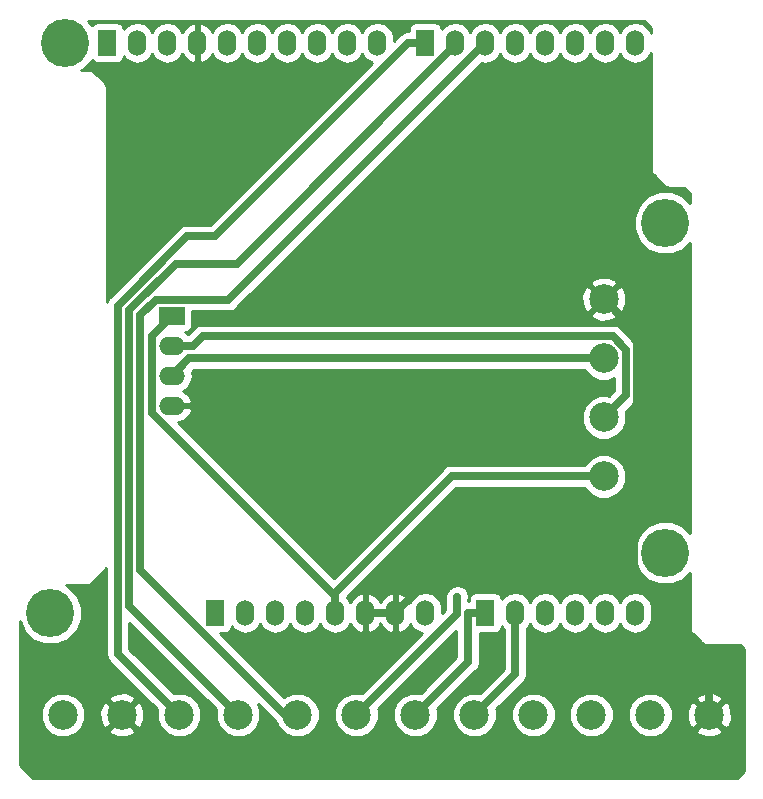
<source format=gbr>
G04 #@! TF.GenerationSoftware,KiCad,Pcbnew,(5.0.1)-3*
G04 #@! TF.CreationDate,2019-04-12T12:39:31-05:00*
G04 #@! TF.ProjectId,Arduino_As_Uno,41726475696E6F5F41735F556E6F2E6B,rev?*
G04 #@! TF.SameCoordinates,Original*
G04 #@! TF.FileFunction,Copper,L2,Bot,Signal*
G04 #@! TF.FilePolarity,Positive*
%FSLAX46Y46*%
G04 Gerber Fmt 4.6, Leading zero omitted, Abs format (unit mm)*
G04 Created by KiCad (PCBNEW (5.0.1)-3) date 12/04/2019 12:39:31*
%MOMM*%
%LPD*%
G01*
G04 APERTURE LIST*
G04 #@! TA.AperFunction,ComponentPad*
%ADD10C,4.064000*%
G04 #@! TD*
G04 #@! TA.AperFunction,ComponentPad*
%ADD11C,2.500000*%
G04 #@! TD*
G04 #@! TA.AperFunction,ComponentPad*
%ADD12R,1.524000X2.199640*%
G04 #@! TD*
G04 #@! TA.AperFunction,ComponentPad*
%ADD13O,1.524000X2.199640*%
G04 #@! TD*
G04 #@! TA.AperFunction,ComponentPad*
%ADD14R,2.199640X1.524000*%
G04 #@! TD*
G04 #@! TA.AperFunction,ComponentPad*
%ADD15O,2.199640X1.524000*%
G04 #@! TD*
G04 #@! TA.AperFunction,ViaPad*
%ADD16C,0.600000*%
G04 #@! TD*
G04 #@! TA.AperFunction,Conductor*
%ADD17C,0.700000*%
G04 #@! TD*
G04 #@! TA.AperFunction,Conductor*
%ADD18C,0.254000*%
G04 #@! TD*
G04 APERTURE END LIST*
D10*
G04 #@! TO.P,P8,1*
G04 #@! TO.N,N/C*
X177038000Y-90805000D03*
G04 #@! TD*
G04 #@! TO.P,P6,1*
G04 #@! TO.N,N/C*
X177038000Y-118745000D03*
G04 #@! TD*
D11*
G04 #@! TO.P,P10,7*
G04 #@! TO.N,/AREF*
X165876000Y-132461000D03*
G04 #@! TO.P,P10,6*
G04 #@! TO.N,/A1*
X160876000Y-132461000D03*
G04 #@! TO.P,P10,5*
G04 #@! TO.N,/A0*
X155876000Y-132461000D03*
G04 #@! TO.P,P10,4*
G04 #@! TO.N,/4*
X150876000Y-132461000D03*
G04 #@! TO.P,P10,3*
G04 #@! TO.N,/5(\002A\002A)*
X145876000Y-132461000D03*
G04 #@! TO.P,P10,1*
G04 #@! TO.N,/7*
X135876000Y-132461000D03*
G04 #@! TO.P,P10,2*
G04 #@! TO.N,/6(\002A\002A)*
X140876000Y-132461000D03*
G04 #@! TD*
D10*
G04 #@! TO.P,P5,1*
G04 #@! TO.N,N/C*
X124968000Y-123825000D03*
G04 #@! TD*
G04 #@! TO.P,P7,1*
G04 #@! TO.N,N/C*
X126238000Y-75565000D03*
G04 #@! TD*
D11*
G04 #@! TO.P,P9,4*
G04 #@! TO.N,GND*
X171831000Y-97275000D03*
G04 #@! TO.P,P9,3*
G04 #@! TO.N,/(SCL)*
X171831000Y-102275000D03*
G04 #@! TO.P,P9,1*
G04 #@! TO.N,+5V*
X171831000Y-112275000D03*
G04 #@! TO.P,P9,2*
G04 #@! TO.N,/(SDA)*
X171831000Y-107275000D03*
G04 #@! TD*
G04 #@! TO.P,P11,1*
G04 #@! TO.N,+5V*
X126024000Y-132461000D03*
G04 #@! TO.P,P11,2*
G04 #@! TO.N,GND*
X131024000Y-132461000D03*
G04 #@! TD*
D12*
G04 #@! TO.P,P3,1*
G04 #@! TO.N,/(SCL)*
X129794000Y-75565000D03*
D13*
G04 #@! TO.P,P3,2*
G04 #@! TO.N,/(SDA)*
X132334000Y-75565000D03*
G04 #@! TO.P,P3,3*
G04 #@! TO.N,/AREF*
X134874000Y-75565000D03*
G04 #@! TO.P,P3,4*
G04 #@! TO.N,GND*
X137414000Y-75565000D03*
G04 #@! TO.P,P3,5*
G04 #@! TO.N,N/C*
X139954000Y-75565000D03*
G04 #@! TO.P,P3,6*
X142494000Y-75565000D03*
G04 #@! TO.P,P3,7*
X145034000Y-75565000D03*
G04 #@! TO.P,P3,8*
X147574000Y-75565000D03*
G04 #@! TO.P,P3,9*
X150114000Y-75565000D03*
G04 #@! TO.P,P3,10*
X152654000Y-75565000D03*
G04 #@! TD*
D12*
G04 #@! TO.P,P1,1*
G04 #@! TO.N,N/C*
X138938000Y-123825000D03*
D13*
G04 #@! TO.P,P1,2*
X141478000Y-123825000D03*
G04 #@! TO.P,P1,3*
X144018000Y-123825000D03*
G04 #@! TO.P,P1,4*
X146558000Y-123825000D03*
G04 #@! TO.P,P1,5*
G04 #@! TO.N,+5V*
X149098000Y-123825000D03*
G04 #@! TO.P,P1,6*
G04 #@! TO.N,GND*
X151638000Y-123825000D03*
G04 #@! TO.P,P1,7*
X154178000Y-123825000D03*
G04 #@! TO.P,P1,8*
G04 #@! TO.N,N/C*
X156718000Y-123825000D03*
G04 #@! TD*
D12*
G04 #@! TO.P,P2,1*
G04 #@! TO.N,/A0*
X161798000Y-123825000D03*
D13*
G04 #@! TO.P,P2,2*
G04 #@! TO.N,/A1*
X164338000Y-123825000D03*
G04 #@! TO.P,P2,3*
G04 #@! TO.N,N/C*
X166878000Y-123825000D03*
G04 #@! TO.P,P2,4*
X169418000Y-123825000D03*
G04 #@! TO.P,P2,5*
X171958000Y-123825000D03*
G04 #@! TO.P,P2,6*
X174498000Y-123825000D03*
G04 #@! TD*
D12*
G04 #@! TO.P,P4,1*
G04 #@! TO.N,/7*
X156718000Y-75565000D03*
D13*
G04 #@! TO.P,P4,2*
G04 #@! TO.N,/6(\002A\002A)*
X159258000Y-75565000D03*
G04 #@! TO.P,P4,3*
G04 #@! TO.N,/5(\002A\002A)*
X161798000Y-75565000D03*
G04 #@! TO.P,P4,4*
G04 #@! TO.N,/4*
X164338000Y-75565000D03*
G04 #@! TO.P,P4,5*
G04 #@! TO.N,N/C*
X166878000Y-75565000D03*
G04 #@! TO.P,P4,6*
X169418000Y-75565000D03*
G04 #@! TO.P,P4,7*
G04 #@! TO.N,/1(Tx)*
X171958000Y-75565000D03*
G04 #@! TO.P,P4,8*
G04 #@! TO.N,/0(Rx)*
X174498000Y-75565000D03*
G04 #@! TD*
D11*
G04 #@! TO.P,J1,3*
G04 #@! TO.N,GND*
X180768000Y-132461000D03*
G04 #@! TO.P,J1,1*
G04 #@! TO.N,/1(Tx)*
X170768000Y-132461000D03*
G04 #@! TO.P,J1,2*
G04 #@! TO.N,/0(Rx)*
X175768000Y-132461000D03*
G04 #@! TD*
D14*
G04 #@! TO.P,P12,1*
G04 #@! TO.N,+5V*
X135255000Y-98679000D03*
D15*
G04 #@! TO.P,P12,2*
G04 #@! TO.N,/(SDA)*
X135255000Y-101219000D03*
G04 #@! TO.P,P12,3*
G04 #@! TO.N,/(SCL)*
X135255000Y-103759000D03*
G04 #@! TO.P,P12,4*
G04 #@! TO.N,GND*
X135255000Y-106299000D03*
G04 #@! TD*
D16*
G04 #@! TO.N,/4*
X159437100Y-122458400D03*
G04 #@! TD*
D17*
G04 #@! TO.N,+5V*
X149098000Y-123825000D02*
X149098000Y-122312500D01*
X148805300Y-122124700D02*
X149098000Y-122124700D01*
X133554700Y-106874100D02*
X148805300Y-122124700D01*
X133554700Y-100379300D02*
X133554700Y-106874100D01*
X135255000Y-98679000D02*
X133554700Y-100379300D01*
X149098000Y-122312500D02*
X149098000Y-122124700D01*
X158947700Y-112275000D02*
X171831000Y-112275000D01*
X149098000Y-122124700D02*
X158947700Y-112275000D01*
G04 #@! TO.N,GND*
X151638000Y-123825000D02*
X153100000Y-123825000D01*
X154178000Y-123825000D02*
X153100000Y-123825000D01*
X156911100Y-121091900D02*
X154178000Y-123825000D01*
X174376300Y-121091900D02*
X156911100Y-121091900D01*
X180768000Y-127483600D02*
X174376300Y-121091900D01*
X180768000Y-132461000D02*
X180768000Y-127483600D01*
X174659600Y-100103600D02*
X171831000Y-97275000D01*
X174659600Y-109026200D02*
X174659600Y-100103600D01*
X174376300Y-109309500D02*
X174659600Y-109026200D01*
X174376300Y-121091900D02*
X174376300Y-109309500D01*
G04 #@! TO.N,/(SCL)*
X136739000Y-102275000D02*
X171831000Y-102275000D01*
X135255000Y-103759000D02*
X136739000Y-102275000D01*
G04 #@! TO.N,/(SDA)*
X173709200Y-105396800D02*
X171831000Y-107275000D01*
X173709200Y-101532100D02*
X173709200Y-105396800D01*
X172593100Y-100416000D02*
X173709200Y-101532100D01*
X137857900Y-100416000D02*
X172593100Y-100416000D01*
X137054900Y-101219000D02*
X137857900Y-100416000D01*
X135255000Y-101219000D02*
X137054900Y-101219000D01*
G04 #@! TO.N,/7*
X130686300Y-127271300D02*
X135876000Y-132461000D01*
X130686300Y-97810400D02*
X130686300Y-127271300D01*
X136559600Y-91937100D02*
X130686300Y-97810400D01*
X138883900Y-91937100D02*
X136559600Y-91937100D01*
X155256000Y-75565000D02*
X138883900Y-91937100D01*
X156718000Y-75565000D02*
X155256000Y-75565000D01*
G04 #@! TO.N,/6(\002A\002A)*
X131653800Y-123238800D02*
X140876000Y-132461000D01*
X131653800Y-98216900D02*
X131653800Y-123238800D01*
X135580000Y-94290700D02*
X131653800Y-98216900D01*
X140756600Y-94290700D02*
X135580000Y-94290700D01*
X159258000Y-75789300D02*
X140756600Y-94290700D01*
X159258000Y-75565000D02*
X159258000Y-75789300D01*
G04 #@! TO.N,/5(\002A\002A)*
X140046400Y-97316600D02*
X161798000Y-75565000D01*
X133898200Y-97316600D02*
X140046400Y-97316600D01*
X132604200Y-98610600D02*
X133898200Y-97316600D01*
X132604200Y-120206000D02*
X132604200Y-98610600D01*
X144859200Y-132461000D02*
X132604200Y-120206000D01*
X145876000Y-132461000D02*
X144859200Y-132461000D01*
G04 #@! TO.N,/4*
X159385600Y-123951400D02*
X150876000Y-132461000D01*
X159385600Y-122509900D02*
X159385600Y-123951400D01*
X159437100Y-122458400D02*
X159385600Y-122509900D01*
G04 #@! TO.N,/A0*
X160336000Y-128001000D02*
X155876000Y-132461000D01*
X160336000Y-123825000D02*
X160336000Y-128001000D01*
X161798000Y-123825000D02*
X160336000Y-123825000D01*
G04 #@! TO.N,/A1*
X164338000Y-128999000D02*
X160876000Y-132461000D01*
X164338000Y-123825000D02*
X164338000Y-128999000D01*
G04 #@! TD*
D18*
G04 #@! TO.N,GND*
G36*
X175820001Y-86163071D02*
X175806091Y-86233000D01*
X175838930Y-86398091D01*
X175861196Y-86510028D01*
X176018120Y-86744881D01*
X176077401Y-86784492D01*
X176867510Y-87574601D01*
X176907119Y-87633881D01*
X176966398Y-87673490D01*
X176966399Y-87673491D01*
X177141971Y-87790805D01*
X177419000Y-87845909D01*
X177488926Y-87832000D01*
X178648909Y-87832000D01*
X179122000Y-88305091D01*
X179122000Y-89117292D01*
X178548734Y-88544026D01*
X177568499Y-88138000D01*
X176507501Y-88138000D01*
X175527266Y-88544026D01*
X174777026Y-89294266D01*
X174371000Y-90274501D01*
X174371000Y-91335499D01*
X174777026Y-92315734D01*
X175527266Y-93065974D01*
X176507501Y-93472000D01*
X177568499Y-93472000D01*
X178548734Y-93065974D01*
X179122000Y-92492708D01*
X179122001Y-117057293D01*
X178548734Y-116484026D01*
X177568499Y-116078000D01*
X176507501Y-116078000D01*
X175527266Y-116484026D01*
X174777026Y-117234266D01*
X174371000Y-118214501D01*
X174371000Y-119275499D01*
X174777026Y-120255734D01*
X175527266Y-121005974D01*
X176507501Y-121412000D01*
X177568499Y-121412000D01*
X178548734Y-121005974D01*
X179122001Y-120432707D01*
X179122001Y-125025071D01*
X179108091Y-125095000D01*
X179149965Y-125305510D01*
X179163196Y-125372028D01*
X179320120Y-125606881D01*
X179379401Y-125646492D01*
X180042509Y-126309601D01*
X180082119Y-126368881D01*
X180141398Y-126408490D01*
X180141399Y-126408491D01*
X180316972Y-126525805D01*
X180594000Y-126580909D01*
X180663926Y-126567000D01*
X183347909Y-126567000D01*
X183694000Y-126913091D01*
X183694001Y-137246908D01*
X183093910Y-137847000D01*
X123484091Y-137847000D01*
X122376000Y-136738910D01*
X122376000Y-132086050D01*
X124139000Y-132086050D01*
X124139000Y-132835950D01*
X124425974Y-133528767D01*
X124956233Y-134059026D01*
X125649050Y-134346000D01*
X126398950Y-134346000D01*
X127091767Y-134059026D01*
X127356473Y-133794320D01*
X129870285Y-133794320D01*
X129999533Y-134087123D01*
X130699806Y-134355388D01*
X131449435Y-134335250D01*
X132048467Y-134087123D01*
X132177715Y-133794320D01*
X131024000Y-132640605D01*
X129870285Y-133794320D01*
X127356473Y-133794320D01*
X127622026Y-133528767D01*
X127909000Y-132835950D01*
X127909000Y-132136806D01*
X129129612Y-132136806D01*
X129149750Y-132886435D01*
X129397877Y-133485467D01*
X129690680Y-133614715D01*
X130844395Y-132461000D01*
X131203605Y-132461000D01*
X132357320Y-133614715D01*
X132650123Y-133485467D01*
X132918388Y-132785194D01*
X132898250Y-132035565D01*
X132650123Y-131436533D01*
X132357320Y-131307285D01*
X131203605Y-132461000D01*
X130844395Y-132461000D01*
X129690680Y-131307285D01*
X129397877Y-131436533D01*
X129129612Y-132136806D01*
X127909000Y-132136806D01*
X127909000Y-132086050D01*
X127622026Y-131393233D01*
X127356473Y-131127680D01*
X129870285Y-131127680D01*
X131024000Y-132281395D01*
X132177715Y-131127680D01*
X132048467Y-130834877D01*
X131348194Y-130566612D01*
X130598565Y-130586750D01*
X129999533Y-130834877D01*
X129870285Y-131127680D01*
X127356473Y-131127680D01*
X127091767Y-130862974D01*
X126398950Y-130576000D01*
X125649050Y-130576000D01*
X124956233Y-130862974D01*
X124425974Y-131393233D01*
X124139000Y-132086050D01*
X122376000Y-132086050D01*
X122376000Y-124536565D01*
X122707026Y-125335734D01*
X123457266Y-126085974D01*
X124437501Y-126492000D01*
X125498499Y-126492000D01*
X126478734Y-126085974D01*
X127228974Y-125335734D01*
X127635000Y-124355499D01*
X127635000Y-123294501D01*
X127228974Y-122314266D01*
X126478734Y-121564026D01*
X126292776Y-121487000D01*
X127946076Y-121487000D01*
X128016000Y-121500909D01*
X128085924Y-121487000D01*
X128085926Y-121487000D01*
X128293028Y-121445805D01*
X128527881Y-121288881D01*
X128567494Y-121229596D01*
X129484599Y-120312492D01*
X129543881Y-120272881D01*
X129700805Y-120038028D01*
X129701301Y-120035536D01*
X129701301Y-127174287D01*
X129682004Y-127271300D01*
X129758451Y-127655627D01*
X129921202Y-127899202D01*
X129921205Y-127899205D01*
X129976156Y-127981445D01*
X130058396Y-128036396D01*
X134025283Y-132003283D01*
X133991000Y-132086050D01*
X133991000Y-132835950D01*
X134277974Y-133528767D01*
X134808233Y-134059026D01*
X135501050Y-134346000D01*
X136250950Y-134346000D01*
X136943767Y-134059026D01*
X137474026Y-133528767D01*
X137761000Y-132835950D01*
X137761000Y-132086050D01*
X137474026Y-131393233D01*
X136943767Y-130862974D01*
X136250950Y-130576000D01*
X135501050Y-130576000D01*
X135418283Y-130610283D01*
X131671300Y-126863300D01*
X131671300Y-124649300D01*
X139025283Y-132003283D01*
X138991000Y-132086050D01*
X138991000Y-132835950D01*
X139277974Y-133528767D01*
X139808233Y-134059026D01*
X140501050Y-134346000D01*
X141250950Y-134346000D01*
X141943767Y-134059026D01*
X142474026Y-133528767D01*
X142761000Y-132835950D01*
X142761000Y-132086050D01*
X142527478Y-131522278D01*
X144094102Y-133088902D01*
X144098507Y-133095494D01*
X144277974Y-133528767D01*
X144808233Y-134059026D01*
X145501050Y-134346000D01*
X146250950Y-134346000D01*
X146943767Y-134059026D01*
X147474026Y-133528767D01*
X147761000Y-132835950D01*
X147761000Y-132086050D01*
X148991000Y-132086050D01*
X148991000Y-132835950D01*
X149277974Y-133528767D01*
X149808233Y-134059026D01*
X150501050Y-134346000D01*
X151250950Y-134346000D01*
X151943767Y-134059026D01*
X152474026Y-133528767D01*
X152761000Y-132835950D01*
X152761000Y-132086050D01*
X152726717Y-132003283D01*
X159351000Y-125379001D01*
X159351001Y-127592999D01*
X156333717Y-130610283D01*
X156250950Y-130576000D01*
X155501050Y-130576000D01*
X154808233Y-130862974D01*
X154277974Y-131393233D01*
X153991000Y-132086050D01*
X153991000Y-132835950D01*
X154277974Y-133528767D01*
X154808233Y-134059026D01*
X155501050Y-134346000D01*
X156250950Y-134346000D01*
X156943767Y-134059026D01*
X157474026Y-133528767D01*
X157761000Y-132835950D01*
X157761000Y-132086050D01*
X157726717Y-132003283D01*
X160963902Y-128766098D01*
X161046145Y-128711145D01*
X161263849Y-128385328D01*
X161321000Y-128098012D01*
X161321000Y-128098008D01*
X161340296Y-128001001D01*
X161321000Y-127903994D01*
X161321000Y-125572260D01*
X162560000Y-125572260D01*
X162807765Y-125522977D01*
X163017809Y-125382629D01*
X163158157Y-125172585D01*
X163198162Y-124971463D01*
X163330821Y-125170000D01*
X163353000Y-125184820D01*
X163353001Y-128590999D01*
X161333717Y-130610283D01*
X161250950Y-130576000D01*
X160501050Y-130576000D01*
X159808233Y-130862974D01*
X159277974Y-131393233D01*
X158991000Y-132086050D01*
X158991000Y-132835950D01*
X159277974Y-133528767D01*
X159808233Y-134059026D01*
X160501050Y-134346000D01*
X161250950Y-134346000D01*
X161943767Y-134059026D01*
X162474026Y-133528767D01*
X162761000Y-132835950D01*
X162761000Y-132086050D01*
X163991000Y-132086050D01*
X163991000Y-132835950D01*
X164277974Y-133528767D01*
X164808233Y-134059026D01*
X165501050Y-134346000D01*
X166250950Y-134346000D01*
X166943767Y-134059026D01*
X167474026Y-133528767D01*
X167761000Y-132835950D01*
X167761000Y-132086050D01*
X168883000Y-132086050D01*
X168883000Y-132835950D01*
X169169974Y-133528767D01*
X169700233Y-134059026D01*
X170393050Y-134346000D01*
X171142950Y-134346000D01*
X171835767Y-134059026D01*
X172366026Y-133528767D01*
X172653000Y-132835950D01*
X172653000Y-132086050D01*
X173883000Y-132086050D01*
X173883000Y-132835950D01*
X174169974Y-133528767D01*
X174700233Y-134059026D01*
X175393050Y-134346000D01*
X176142950Y-134346000D01*
X176835767Y-134059026D01*
X177100473Y-133794320D01*
X179614285Y-133794320D01*
X179743533Y-134087123D01*
X180443806Y-134355388D01*
X181193435Y-134335250D01*
X181792467Y-134087123D01*
X181921715Y-133794320D01*
X180768000Y-132640605D01*
X179614285Y-133794320D01*
X177100473Y-133794320D01*
X177366026Y-133528767D01*
X177653000Y-132835950D01*
X177653000Y-132136806D01*
X178873612Y-132136806D01*
X178893750Y-132886435D01*
X179141877Y-133485467D01*
X179434680Y-133614715D01*
X180588395Y-132461000D01*
X180947605Y-132461000D01*
X182101320Y-133614715D01*
X182394123Y-133485467D01*
X182662388Y-132785194D01*
X182642250Y-132035565D01*
X182394123Y-131436533D01*
X182101320Y-131307285D01*
X180947605Y-132461000D01*
X180588395Y-132461000D01*
X179434680Y-131307285D01*
X179141877Y-131436533D01*
X178873612Y-132136806D01*
X177653000Y-132136806D01*
X177653000Y-132086050D01*
X177366026Y-131393233D01*
X177100473Y-131127680D01*
X179614285Y-131127680D01*
X180768000Y-132281395D01*
X181921715Y-131127680D01*
X181792467Y-130834877D01*
X181092194Y-130566612D01*
X180342565Y-130586750D01*
X179743533Y-130834877D01*
X179614285Y-131127680D01*
X177100473Y-131127680D01*
X176835767Y-130862974D01*
X176142950Y-130576000D01*
X175393050Y-130576000D01*
X174700233Y-130862974D01*
X174169974Y-131393233D01*
X173883000Y-132086050D01*
X172653000Y-132086050D01*
X172366026Y-131393233D01*
X171835767Y-130862974D01*
X171142950Y-130576000D01*
X170393050Y-130576000D01*
X169700233Y-130862974D01*
X169169974Y-131393233D01*
X168883000Y-132086050D01*
X167761000Y-132086050D01*
X167474026Y-131393233D01*
X166943767Y-130862974D01*
X166250950Y-130576000D01*
X165501050Y-130576000D01*
X164808233Y-130862974D01*
X164277974Y-131393233D01*
X163991000Y-132086050D01*
X162761000Y-132086050D01*
X162726717Y-132003283D01*
X164965902Y-129764098D01*
X165048145Y-129709145D01*
X165265849Y-129383328D01*
X165323000Y-129096012D01*
X165323000Y-129096009D01*
X165342296Y-128999001D01*
X165323000Y-128901993D01*
X165323000Y-125184820D01*
X165345180Y-125170000D01*
X165608000Y-124776662D01*
X165870821Y-125170000D01*
X166332919Y-125478764D01*
X166878000Y-125587188D01*
X167423082Y-125478764D01*
X167885180Y-125170000D01*
X168148000Y-124776662D01*
X168410821Y-125170000D01*
X168872919Y-125478764D01*
X169418000Y-125587188D01*
X169963082Y-125478764D01*
X170425180Y-125170000D01*
X170688000Y-124776662D01*
X170950821Y-125170000D01*
X171412919Y-125478764D01*
X171958000Y-125587188D01*
X172503082Y-125478764D01*
X172965180Y-125170000D01*
X173228000Y-124776662D01*
X173490821Y-125170000D01*
X173952919Y-125478764D01*
X174498000Y-125587188D01*
X175043082Y-125478764D01*
X175505180Y-125170000D01*
X175813944Y-124707902D01*
X175895000Y-124300407D01*
X175895000Y-123349592D01*
X175813944Y-122942098D01*
X175505179Y-122480000D01*
X175043081Y-122171236D01*
X174498000Y-122062812D01*
X173952918Y-122171236D01*
X173490820Y-122480001D01*
X173228000Y-122873339D01*
X172965179Y-122480000D01*
X172503081Y-122171236D01*
X171958000Y-122062812D01*
X171412918Y-122171236D01*
X170950820Y-122480001D01*
X170688000Y-122873339D01*
X170425179Y-122480000D01*
X169963081Y-122171236D01*
X169418000Y-122062812D01*
X168872918Y-122171236D01*
X168410820Y-122480001D01*
X168148000Y-122873339D01*
X167885179Y-122480000D01*
X167423081Y-122171236D01*
X166878000Y-122062812D01*
X166332918Y-122171236D01*
X165870820Y-122480001D01*
X165608000Y-122873339D01*
X165345179Y-122480000D01*
X164883081Y-122171236D01*
X164338000Y-122062812D01*
X163792918Y-122171236D01*
X163330820Y-122480001D01*
X163198162Y-122678537D01*
X163158157Y-122477415D01*
X163017809Y-122267371D01*
X162807765Y-122127023D01*
X162560000Y-122077740D01*
X161036000Y-122077740D01*
X160788235Y-122127023D01*
X160578191Y-122267371D01*
X160437843Y-122477415D01*
X160388560Y-122725180D01*
X160388560Y-122831158D01*
X160370600Y-122827585D01*
X160370600Y-122814317D01*
X160441396Y-122458400D01*
X160364949Y-122074073D01*
X160147245Y-121748255D01*
X159821427Y-121530551D01*
X159437100Y-121454104D01*
X159052773Y-121530551D01*
X158809198Y-121693302D01*
X158757698Y-121744802D01*
X158675455Y-121799755D01*
X158620502Y-121881998D01*
X158525638Y-122023972D01*
X158457751Y-122125573D01*
X158400600Y-122412889D01*
X158400600Y-122412892D01*
X158381304Y-122509900D01*
X158400600Y-122606909D01*
X158400601Y-123543398D01*
X158115000Y-123828999D01*
X158115000Y-123349592D01*
X158033944Y-122942098D01*
X157725179Y-122480000D01*
X157263081Y-122171236D01*
X156718000Y-122062812D01*
X156172918Y-122171236D01*
X155710820Y-122480001D01*
X155436420Y-122890670D01*
X155420059Y-122835239D01*
X155076026Y-122409550D01*
X154595277Y-122147920D01*
X154521070Y-122132960D01*
X154305000Y-122255460D01*
X154305000Y-123698000D01*
X154325000Y-123698000D01*
X154325000Y-123952000D01*
X154305000Y-123952000D01*
X154305000Y-125394540D01*
X154521070Y-125517040D01*
X154595277Y-125502080D01*
X155076026Y-125240450D01*
X155420059Y-124814761D01*
X155436420Y-124759331D01*
X155710821Y-125170000D01*
X156172919Y-125478764D01*
X156416737Y-125527263D01*
X151333717Y-130610283D01*
X151250950Y-130576000D01*
X150501050Y-130576000D01*
X149808233Y-130862974D01*
X149277974Y-131393233D01*
X148991000Y-132086050D01*
X147761000Y-132086050D01*
X147474026Y-131393233D01*
X146943767Y-130862974D01*
X146250950Y-130576000D01*
X145501050Y-130576000D01*
X144808233Y-130862974D01*
X144731204Y-130940004D01*
X139363460Y-125572260D01*
X139700000Y-125572260D01*
X139947765Y-125522977D01*
X140157809Y-125382629D01*
X140298157Y-125172585D01*
X140338162Y-124971463D01*
X140470821Y-125170000D01*
X140932919Y-125478764D01*
X141478000Y-125587188D01*
X142023082Y-125478764D01*
X142485180Y-125170000D01*
X142748000Y-124776662D01*
X143010821Y-125170000D01*
X143472919Y-125478764D01*
X144018000Y-125587188D01*
X144563082Y-125478764D01*
X145025180Y-125170000D01*
X145288000Y-124776662D01*
X145550821Y-125170000D01*
X146012919Y-125478764D01*
X146558000Y-125587188D01*
X147103082Y-125478764D01*
X147565180Y-125170000D01*
X147828000Y-124776662D01*
X148090821Y-125170000D01*
X148552919Y-125478764D01*
X149098000Y-125587188D01*
X149643082Y-125478764D01*
X150105180Y-125170000D01*
X150379580Y-124759331D01*
X150395941Y-124814761D01*
X150739974Y-125240450D01*
X151220723Y-125502080D01*
X151294930Y-125517040D01*
X151511000Y-125394540D01*
X151511000Y-123952000D01*
X151765000Y-123952000D01*
X151765000Y-125394540D01*
X151981070Y-125517040D01*
X152055277Y-125502080D01*
X152536026Y-125240450D01*
X152880059Y-124814761D01*
X152908000Y-124720097D01*
X152935941Y-124814761D01*
X153279974Y-125240450D01*
X153760723Y-125502080D01*
X153834930Y-125517040D01*
X154051000Y-125394540D01*
X154051000Y-123952000D01*
X151765000Y-123952000D01*
X151511000Y-123952000D01*
X151491000Y-123952000D01*
X151491000Y-123698000D01*
X151511000Y-123698000D01*
X151511000Y-122255460D01*
X151765000Y-122255460D01*
X151765000Y-123698000D01*
X154051000Y-123698000D01*
X154051000Y-122255460D01*
X153834930Y-122132960D01*
X153760723Y-122147920D01*
X153279974Y-122409550D01*
X152935941Y-122835239D01*
X152908000Y-122929903D01*
X152880059Y-122835239D01*
X152536026Y-122409550D01*
X152055277Y-122147920D01*
X151981070Y-122132960D01*
X151765000Y-122255460D01*
X151511000Y-122255460D01*
X151294930Y-122132960D01*
X151220723Y-122147920D01*
X150739974Y-122409550D01*
X150395941Y-122835239D01*
X150379580Y-122890669D01*
X150117404Y-122498296D01*
X159355700Y-113260000D01*
X170198691Y-113260000D01*
X170232974Y-113342767D01*
X170763233Y-113873026D01*
X171456050Y-114160000D01*
X172205950Y-114160000D01*
X172898767Y-113873026D01*
X173429026Y-113342767D01*
X173716000Y-112649950D01*
X173716000Y-111900050D01*
X173429026Y-111207233D01*
X172898767Y-110676974D01*
X172205950Y-110390000D01*
X171456050Y-110390000D01*
X170763233Y-110676974D01*
X170232974Y-111207233D01*
X170198691Y-111290000D01*
X159044707Y-111290000D01*
X158947699Y-111270704D01*
X158850691Y-111290000D01*
X158850688Y-111290000D01*
X158563372Y-111347151D01*
X158237555Y-111564855D01*
X158182602Y-111647098D01*
X148951650Y-120878050D01*
X135758255Y-107684655D01*
X136244761Y-107541059D01*
X136670450Y-107197026D01*
X136932080Y-106716277D01*
X136947040Y-106642070D01*
X136824540Y-106426000D01*
X135382000Y-106426000D01*
X135382000Y-106446000D01*
X135128000Y-106446000D01*
X135128000Y-106426000D01*
X135108000Y-106426000D01*
X135108000Y-106172000D01*
X135128000Y-106172000D01*
X135128000Y-106152000D01*
X135382000Y-106152000D01*
X135382000Y-106172000D01*
X136824540Y-106172000D01*
X136947040Y-105955930D01*
X136932080Y-105881723D01*
X136670450Y-105400974D01*
X136244761Y-105056941D01*
X136189331Y-105040580D01*
X136600000Y-104766180D01*
X136908764Y-104304082D01*
X137017188Y-103759000D01*
X136955936Y-103451065D01*
X137147001Y-103260000D01*
X170198691Y-103260000D01*
X170232974Y-103342767D01*
X170763233Y-103873026D01*
X171456050Y-104160000D01*
X172205950Y-104160000D01*
X172724201Y-103945334D01*
X172724201Y-104988798D01*
X172288716Y-105424283D01*
X172205950Y-105390000D01*
X171456050Y-105390000D01*
X170763233Y-105676974D01*
X170232974Y-106207233D01*
X169946000Y-106900050D01*
X169946000Y-107649950D01*
X170232974Y-108342767D01*
X170763233Y-108873026D01*
X171456050Y-109160000D01*
X172205950Y-109160000D01*
X172898767Y-108873026D01*
X173429026Y-108342767D01*
X173716000Y-107649950D01*
X173716000Y-106900050D01*
X173681717Y-106817284D01*
X174337105Y-106161896D01*
X174419345Y-106106945D01*
X174474296Y-106024705D01*
X174474298Y-106024703D01*
X174637049Y-105781128D01*
X174694200Y-105493812D01*
X174694200Y-105493808D01*
X174713496Y-105396800D01*
X174694200Y-105299792D01*
X174694200Y-101629108D01*
X174713496Y-101532100D01*
X174694200Y-101435092D01*
X174694200Y-101435088D01*
X174637049Y-101147772D01*
X174567646Y-101043903D01*
X174474298Y-100904197D01*
X174474296Y-100904195D01*
X174419345Y-100821955D01*
X174337105Y-100767004D01*
X173358198Y-99788098D01*
X173303245Y-99705855D01*
X172977428Y-99488151D01*
X172690112Y-99431000D01*
X172690108Y-99431000D01*
X172593100Y-99411704D01*
X172496092Y-99431000D01*
X137954906Y-99431000D01*
X137857899Y-99411704D01*
X137760892Y-99431000D01*
X137760888Y-99431000D01*
X137473572Y-99488151D01*
X137147755Y-99705855D01*
X137092802Y-99788098D01*
X136646900Y-100234000D01*
X136614820Y-100234000D01*
X136600000Y-100211820D01*
X136401463Y-100079162D01*
X136602585Y-100039157D01*
X136812629Y-99898809D01*
X136952977Y-99688765D01*
X137002260Y-99441000D01*
X137002260Y-98608320D01*
X170677285Y-98608320D01*
X170806533Y-98901123D01*
X171506806Y-99169388D01*
X172256435Y-99149250D01*
X172855467Y-98901123D01*
X172984715Y-98608320D01*
X171831000Y-97454605D01*
X170677285Y-98608320D01*
X137002260Y-98608320D01*
X137002260Y-98301600D01*
X139949392Y-98301600D01*
X140046400Y-98320896D01*
X140143408Y-98301600D01*
X140143412Y-98301600D01*
X140430728Y-98244449D01*
X140756545Y-98026745D01*
X140811498Y-97944502D01*
X141805194Y-96950806D01*
X169936612Y-96950806D01*
X169956750Y-97700435D01*
X170204877Y-98299467D01*
X170497680Y-98428715D01*
X171651395Y-97275000D01*
X172010605Y-97275000D01*
X173164320Y-98428715D01*
X173457123Y-98299467D01*
X173725388Y-97599194D01*
X173705250Y-96849565D01*
X173457123Y-96250533D01*
X173164320Y-96121285D01*
X172010605Y-97275000D01*
X171651395Y-97275000D01*
X170497680Y-96121285D01*
X170204877Y-96250533D01*
X169936612Y-96950806D01*
X141805194Y-96950806D01*
X142814320Y-95941680D01*
X170677285Y-95941680D01*
X171831000Y-97095395D01*
X172984715Y-95941680D01*
X172855467Y-95648877D01*
X172155194Y-95380612D01*
X171405565Y-95400750D01*
X170806533Y-95648877D01*
X170677285Y-95941680D01*
X142814320Y-95941680D01*
X161490065Y-77265936D01*
X161798000Y-77327188D01*
X162343082Y-77218764D01*
X162805180Y-76910000D01*
X163068000Y-76516662D01*
X163330821Y-76910000D01*
X163792919Y-77218764D01*
X164338000Y-77327188D01*
X164883082Y-77218764D01*
X165345180Y-76910000D01*
X165608000Y-76516662D01*
X165870821Y-76910000D01*
X166332919Y-77218764D01*
X166878000Y-77327188D01*
X167423082Y-77218764D01*
X167885180Y-76910000D01*
X168148000Y-76516662D01*
X168410821Y-76910000D01*
X168872919Y-77218764D01*
X169418000Y-77327188D01*
X169963082Y-77218764D01*
X170425180Y-76910000D01*
X170688000Y-76516662D01*
X170950821Y-76910000D01*
X171412919Y-77218764D01*
X171958000Y-77327188D01*
X172503082Y-77218764D01*
X172965180Y-76910000D01*
X173228000Y-76516662D01*
X173490821Y-76910000D01*
X173952919Y-77218764D01*
X174498000Y-77327188D01*
X175043082Y-77218764D01*
X175505180Y-76910000D01*
X175813944Y-76447902D01*
X175820000Y-76417456D01*
X175820001Y-86163071D01*
X175820001Y-86163071D01*
G37*
X175820001Y-86163071D02*
X175806091Y-86233000D01*
X175838930Y-86398091D01*
X175861196Y-86510028D01*
X176018120Y-86744881D01*
X176077401Y-86784492D01*
X176867510Y-87574601D01*
X176907119Y-87633881D01*
X176966398Y-87673490D01*
X176966399Y-87673491D01*
X177141971Y-87790805D01*
X177419000Y-87845909D01*
X177488926Y-87832000D01*
X178648909Y-87832000D01*
X179122000Y-88305091D01*
X179122000Y-89117292D01*
X178548734Y-88544026D01*
X177568499Y-88138000D01*
X176507501Y-88138000D01*
X175527266Y-88544026D01*
X174777026Y-89294266D01*
X174371000Y-90274501D01*
X174371000Y-91335499D01*
X174777026Y-92315734D01*
X175527266Y-93065974D01*
X176507501Y-93472000D01*
X177568499Y-93472000D01*
X178548734Y-93065974D01*
X179122000Y-92492708D01*
X179122001Y-117057293D01*
X178548734Y-116484026D01*
X177568499Y-116078000D01*
X176507501Y-116078000D01*
X175527266Y-116484026D01*
X174777026Y-117234266D01*
X174371000Y-118214501D01*
X174371000Y-119275499D01*
X174777026Y-120255734D01*
X175527266Y-121005974D01*
X176507501Y-121412000D01*
X177568499Y-121412000D01*
X178548734Y-121005974D01*
X179122001Y-120432707D01*
X179122001Y-125025071D01*
X179108091Y-125095000D01*
X179149965Y-125305510D01*
X179163196Y-125372028D01*
X179320120Y-125606881D01*
X179379401Y-125646492D01*
X180042509Y-126309601D01*
X180082119Y-126368881D01*
X180141398Y-126408490D01*
X180141399Y-126408491D01*
X180316972Y-126525805D01*
X180594000Y-126580909D01*
X180663926Y-126567000D01*
X183347909Y-126567000D01*
X183694000Y-126913091D01*
X183694001Y-137246908D01*
X183093910Y-137847000D01*
X123484091Y-137847000D01*
X122376000Y-136738910D01*
X122376000Y-132086050D01*
X124139000Y-132086050D01*
X124139000Y-132835950D01*
X124425974Y-133528767D01*
X124956233Y-134059026D01*
X125649050Y-134346000D01*
X126398950Y-134346000D01*
X127091767Y-134059026D01*
X127356473Y-133794320D01*
X129870285Y-133794320D01*
X129999533Y-134087123D01*
X130699806Y-134355388D01*
X131449435Y-134335250D01*
X132048467Y-134087123D01*
X132177715Y-133794320D01*
X131024000Y-132640605D01*
X129870285Y-133794320D01*
X127356473Y-133794320D01*
X127622026Y-133528767D01*
X127909000Y-132835950D01*
X127909000Y-132136806D01*
X129129612Y-132136806D01*
X129149750Y-132886435D01*
X129397877Y-133485467D01*
X129690680Y-133614715D01*
X130844395Y-132461000D01*
X131203605Y-132461000D01*
X132357320Y-133614715D01*
X132650123Y-133485467D01*
X132918388Y-132785194D01*
X132898250Y-132035565D01*
X132650123Y-131436533D01*
X132357320Y-131307285D01*
X131203605Y-132461000D01*
X130844395Y-132461000D01*
X129690680Y-131307285D01*
X129397877Y-131436533D01*
X129129612Y-132136806D01*
X127909000Y-132136806D01*
X127909000Y-132086050D01*
X127622026Y-131393233D01*
X127356473Y-131127680D01*
X129870285Y-131127680D01*
X131024000Y-132281395D01*
X132177715Y-131127680D01*
X132048467Y-130834877D01*
X131348194Y-130566612D01*
X130598565Y-130586750D01*
X129999533Y-130834877D01*
X129870285Y-131127680D01*
X127356473Y-131127680D01*
X127091767Y-130862974D01*
X126398950Y-130576000D01*
X125649050Y-130576000D01*
X124956233Y-130862974D01*
X124425974Y-131393233D01*
X124139000Y-132086050D01*
X122376000Y-132086050D01*
X122376000Y-124536565D01*
X122707026Y-125335734D01*
X123457266Y-126085974D01*
X124437501Y-126492000D01*
X125498499Y-126492000D01*
X126478734Y-126085974D01*
X127228974Y-125335734D01*
X127635000Y-124355499D01*
X127635000Y-123294501D01*
X127228974Y-122314266D01*
X126478734Y-121564026D01*
X126292776Y-121487000D01*
X127946076Y-121487000D01*
X128016000Y-121500909D01*
X128085924Y-121487000D01*
X128085926Y-121487000D01*
X128293028Y-121445805D01*
X128527881Y-121288881D01*
X128567494Y-121229596D01*
X129484599Y-120312492D01*
X129543881Y-120272881D01*
X129700805Y-120038028D01*
X129701301Y-120035536D01*
X129701301Y-127174287D01*
X129682004Y-127271300D01*
X129758451Y-127655627D01*
X129921202Y-127899202D01*
X129921205Y-127899205D01*
X129976156Y-127981445D01*
X130058396Y-128036396D01*
X134025283Y-132003283D01*
X133991000Y-132086050D01*
X133991000Y-132835950D01*
X134277974Y-133528767D01*
X134808233Y-134059026D01*
X135501050Y-134346000D01*
X136250950Y-134346000D01*
X136943767Y-134059026D01*
X137474026Y-133528767D01*
X137761000Y-132835950D01*
X137761000Y-132086050D01*
X137474026Y-131393233D01*
X136943767Y-130862974D01*
X136250950Y-130576000D01*
X135501050Y-130576000D01*
X135418283Y-130610283D01*
X131671300Y-126863300D01*
X131671300Y-124649300D01*
X139025283Y-132003283D01*
X138991000Y-132086050D01*
X138991000Y-132835950D01*
X139277974Y-133528767D01*
X139808233Y-134059026D01*
X140501050Y-134346000D01*
X141250950Y-134346000D01*
X141943767Y-134059026D01*
X142474026Y-133528767D01*
X142761000Y-132835950D01*
X142761000Y-132086050D01*
X142527478Y-131522278D01*
X144094102Y-133088902D01*
X144098507Y-133095494D01*
X144277974Y-133528767D01*
X144808233Y-134059026D01*
X145501050Y-134346000D01*
X146250950Y-134346000D01*
X146943767Y-134059026D01*
X147474026Y-133528767D01*
X147761000Y-132835950D01*
X147761000Y-132086050D01*
X148991000Y-132086050D01*
X148991000Y-132835950D01*
X149277974Y-133528767D01*
X149808233Y-134059026D01*
X150501050Y-134346000D01*
X151250950Y-134346000D01*
X151943767Y-134059026D01*
X152474026Y-133528767D01*
X152761000Y-132835950D01*
X152761000Y-132086050D01*
X152726717Y-132003283D01*
X159351000Y-125379001D01*
X159351001Y-127592999D01*
X156333717Y-130610283D01*
X156250950Y-130576000D01*
X155501050Y-130576000D01*
X154808233Y-130862974D01*
X154277974Y-131393233D01*
X153991000Y-132086050D01*
X153991000Y-132835950D01*
X154277974Y-133528767D01*
X154808233Y-134059026D01*
X155501050Y-134346000D01*
X156250950Y-134346000D01*
X156943767Y-134059026D01*
X157474026Y-133528767D01*
X157761000Y-132835950D01*
X157761000Y-132086050D01*
X157726717Y-132003283D01*
X160963902Y-128766098D01*
X161046145Y-128711145D01*
X161263849Y-128385328D01*
X161321000Y-128098012D01*
X161321000Y-128098008D01*
X161340296Y-128001001D01*
X161321000Y-127903994D01*
X161321000Y-125572260D01*
X162560000Y-125572260D01*
X162807765Y-125522977D01*
X163017809Y-125382629D01*
X163158157Y-125172585D01*
X163198162Y-124971463D01*
X163330821Y-125170000D01*
X163353000Y-125184820D01*
X163353001Y-128590999D01*
X161333717Y-130610283D01*
X161250950Y-130576000D01*
X160501050Y-130576000D01*
X159808233Y-130862974D01*
X159277974Y-131393233D01*
X158991000Y-132086050D01*
X158991000Y-132835950D01*
X159277974Y-133528767D01*
X159808233Y-134059026D01*
X160501050Y-134346000D01*
X161250950Y-134346000D01*
X161943767Y-134059026D01*
X162474026Y-133528767D01*
X162761000Y-132835950D01*
X162761000Y-132086050D01*
X163991000Y-132086050D01*
X163991000Y-132835950D01*
X164277974Y-133528767D01*
X164808233Y-134059026D01*
X165501050Y-134346000D01*
X166250950Y-134346000D01*
X166943767Y-134059026D01*
X167474026Y-133528767D01*
X167761000Y-132835950D01*
X167761000Y-132086050D01*
X168883000Y-132086050D01*
X168883000Y-132835950D01*
X169169974Y-133528767D01*
X169700233Y-134059026D01*
X170393050Y-134346000D01*
X171142950Y-134346000D01*
X171835767Y-134059026D01*
X172366026Y-133528767D01*
X172653000Y-132835950D01*
X172653000Y-132086050D01*
X173883000Y-132086050D01*
X173883000Y-132835950D01*
X174169974Y-133528767D01*
X174700233Y-134059026D01*
X175393050Y-134346000D01*
X176142950Y-134346000D01*
X176835767Y-134059026D01*
X177100473Y-133794320D01*
X179614285Y-133794320D01*
X179743533Y-134087123D01*
X180443806Y-134355388D01*
X181193435Y-134335250D01*
X181792467Y-134087123D01*
X181921715Y-133794320D01*
X180768000Y-132640605D01*
X179614285Y-133794320D01*
X177100473Y-133794320D01*
X177366026Y-133528767D01*
X177653000Y-132835950D01*
X177653000Y-132136806D01*
X178873612Y-132136806D01*
X178893750Y-132886435D01*
X179141877Y-133485467D01*
X179434680Y-133614715D01*
X180588395Y-132461000D01*
X180947605Y-132461000D01*
X182101320Y-133614715D01*
X182394123Y-133485467D01*
X182662388Y-132785194D01*
X182642250Y-132035565D01*
X182394123Y-131436533D01*
X182101320Y-131307285D01*
X180947605Y-132461000D01*
X180588395Y-132461000D01*
X179434680Y-131307285D01*
X179141877Y-131436533D01*
X178873612Y-132136806D01*
X177653000Y-132136806D01*
X177653000Y-132086050D01*
X177366026Y-131393233D01*
X177100473Y-131127680D01*
X179614285Y-131127680D01*
X180768000Y-132281395D01*
X181921715Y-131127680D01*
X181792467Y-130834877D01*
X181092194Y-130566612D01*
X180342565Y-130586750D01*
X179743533Y-130834877D01*
X179614285Y-131127680D01*
X177100473Y-131127680D01*
X176835767Y-130862974D01*
X176142950Y-130576000D01*
X175393050Y-130576000D01*
X174700233Y-130862974D01*
X174169974Y-131393233D01*
X173883000Y-132086050D01*
X172653000Y-132086050D01*
X172366026Y-131393233D01*
X171835767Y-130862974D01*
X171142950Y-130576000D01*
X170393050Y-130576000D01*
X169700233Y-130862974D01*
X169169974Y-131393233D01*
X168883000Y-132086050D01*
X167761000Y-132086050D01*
X167474026Y-131393233D01*
X166943767Y-130862974D01*
X166250950Y-130576000D01*
X165501050Y-130576000D01*
X164808233Y-130862974D01*
X164277974Y-131393233D01*
X163991000Y-132086050D01*
X162761000Y-132086050D01*
X162726717Y-132003283D01*
X164965902Y-129764098D01*
X165048145Y-129709145D01*
X165265849Y-129383328D01*
X165323000Y-129096012D01*
X165323000Y-129096009D01*
X165342296Y-128999001D01*
X165323000Y-128901993D01*
X165323000Y-125184820D01*
X165345180Y-125170000D01*
X165608000Y-124776662D01*
X165870821Y-125170000D01*
X166332919Y-125478764D01*
X166878000Y-125587188D01*
X167423082Y-125478764D01*
X167885180Y-125170000D01*
X168148000Y-124776662D01*
X168410821Y-125170000D01*
X168872919Y-125478764D01*
X169418000Y-125587188D01*
X169963082Y-125478764D01*
X170425180Y-125170000D01*
X170688000Y-124776662D01*
X170950821Y-125170000D01*
X171412919Y-125478764D01*
X171958000Y-125587188D01*
X172503082Y-125478764D01*
X172965180Y-125170000D01*
X173228000Y-124776662D01*
X173490821Y-125170000D01*
X173952919Y-125478764D01*
X174498000Y-125587188D01*
X175043082Y-125478764D01*
X175505180Y-125170000D01*
X175813944Y-124707902D01*
X175895000Y-124300407D01*
X175895000Y-123349592D01*
X175813944Y-122942098D01*
X175505179Y-122480000D01*
X175043081Y-122171236D01*
X174498000Y-122062812D01*
X173952918Y-122171236D01*
X173490820Y-122480001D01*
X173228000Y-122873339D01*
X172965179Y-122480000D01*
X172503081Y-122171236D01*
X171958000Y-122062812D01*
X171412918Y-122171236D01*
X170950820Y-122480001D01*
X170688000Y-122873339D01*
X170425179Y-122480000D01*
X169963081Y-122171236D01*
X169418000Y-122062812D01*
X168872918Y-122171236D01*
X168410820Y-122480001D01*
X168148000Y-122873339D01*
X167885179Y-122480000D01*
X167423081Y-122171236D01*
X166878000Y-122062812D01*
X166332918Y-122171236D01*
X165870820Y-122480001D01*
X165608000Y-122873339D01*
X165345179Y-122480000D01*
X164883081Y-122171236D01*
X164338000Y-122062812D01*
X163792918Y-122171236D01*
X163330820Y-122480001D01*
X163198162Y-122678537D01*
X163158157Y-122477415D01*
X163017809Y-122267371D01*
X162807765Y-122127023D01*
X162560000Y-122077740D01*
X161036000Y-122077740D01*
X160788235Y-122127023D01*
X160578191Y-122267371D01*
X160437843Y-122477415D01*
X160388560Y-122725180D01*
X160388560Y-122831158D01*
X160370600Y-122827585D01*
X160370600Y-122814317D01*
X160441396Y-122458400D01*
X160364949Y-122074073D01*
X160147245Y-121748255D01*
X159821427Y-121530551D01*
X159437100Y-121454104D01*
X159052773Y-121530551D01*
X158809198Y-121693302D01*
X158757698Y-121744802D01*
X158675455Y-121799755D01*
X158620502Y-121881998D01*
X158525638Y-122023972D01*
X158457751Y-122125573D01*
X158400600Y-122412889D01*
X158400600Y-122412892D01*
X158381304Y-122509900D01*
X158400600Y-122606909D01*
X158400601Y-123543398D01*
X158115000Y-123828999D01*
X158115000Y-123349592D01*
X158033944Y-122942098D01*
X157725179Y-122480000D01*
X157263081Y-122171236D01*
X156718000Y-122062812D01*
X156172918Y-122171236D01*
X155710820Y-122480001D01*
X155436420Y-122890670D01*
X155420059Y-122835239D01*
X155076026Y-122409550D01*
X154595277Y-122147920D01*
X154521070Y-122132960D01*
X154305000Y-122255460D01*
X154305000Y-123698000D01*
X154325000Y-123698000D01*
X154325000Y-123952000D01*
X154305000Y-123952000D01*
X154305000Y-125394540D01*
X154521070Y-125517040D01*
X154595277Y-125502080D01*
X155076026Y-125240450D01*
X155420059Y-124814761D01*
X155436420Y-124759331D01*
X155710821Y-125170000D01*
X156172919Y-125478764D01*
X156416737Y-125527263D01*
X151333717Y-130610283D01*
X151250950Y-130576000D01*
X150501050Y-130576000D01*
X149808233Y-130862974D01*
X149277974Y-131393233D01*
X148991000Y-132086050D01*
X147761000Y-132086050D01*
X147474026Y-131393233D01*
X146943767Y-130862974D01*
X146250950Y-130576000D01*
X145501050Y-130576000D01*
X144808233Y-130862974D01*
X144731204Y-130940004D01*
X139363460Y-125572260D01*
X139700000Y-125572260D01*
X139947765Y-125522977D01*
X140157809Y-125382629D01*
X140298157Y-125172585D01*
X140338162Y-124971463D01*
X140470821Y-125170000D01*
X140932919Y-125478764D01*
X141478000Y-125587188D01*
X142023082Y-125478764D01*
X142485180Y-125170000D01*
X142748000Y-124776662D01*
X143010821Y-125170000D01*
X143472919Y-125478764D01*
X144018000Y-125587188D01*
X144563082Y-125478764D01*
X145025180Y-125170000D01*
X145288000Y-124776662D01*
X145550821Y-125170000D01*
X146012919Y-125478764D01*
X146558000Y-125587188D01*
X147103082Y-125478764D01*
X147565180Y-125170000D01*
X147828000Y-124776662D01*
X148090821Y-125170000D01*
X148552919Y-125478764D01*
X149098000Y-125587188D01*
X149643082Y-125478764D01*
X150105180Y-125170000D01*
X150379580Y-124759331D01*
X150395941Y-124814761D01*
X150739974Y-125240450D01*
X151220723Y-125502080D01*
X151294930Y-125517040D01*
X151511000Y-125394540D01*
X151511000Y-123952000D01*
X151765000Y-123952000D01*
X151765000Y-125394540D01*
X151981070Y-125517040D01*
X152055277Y-125502080D01*
X152536026Y-125240450D01*
X152880059Y-124814761D01*
X152908000Y-124720097D01*
X152935941Y-124814761D01*
X153279974Y-125240450D01*
X153760723Y-125502080D01*
X153834930Y-125517040D01*
X154051000Y-125394540D01*
X154051000Y-123952000D01*
X151765000Y-123952000D01*
X151511000Y-123952000D01*
X151491000Y-123952000D01*
X151491000Y-123698000D01*
X151511000Y-123698000D01*
X151511000Y-122255460D01*
X151765000Y-122255460D01*
X151765000Y-123698000D01*
X154051000Y-123698000D01*
X154051000Y-122255460D01*
X153834930Y-122132960D01*
X153760723Y-122147920D01*
X153279974Y-122409550D01*
X152935941Y-122835239D01*
X152908000Y-122929903D01*
X152880059Y-122835239D01*
X152536026Y-122409550D01*
X152055277Y-122147920D01*
X151981070Y-122132960D01*
X151765000Y-122255460D01*
X151511000Y-122255460D01*
X151294930Y-122132960D01*
X151220723Y-122147920D01*
X150739974Y-122409550D01*
X150395941Y-122835239D01*
X150379580Y-122890669D01*
X150117404Y-122498296D01*
X159355700Y-113260000D01*
X170198691Y-113260000D01*
X170232974Y-113342767D01*
X170763233Y-113873026D01*
X171456050Y-114160000D01*
X172205950Y-114160000D01*
X172898767Y-113873026D01*
X173429026Y-113342767D01*
X173716000Y-112649950D01*
X173716000Y-111900050D01*
X173429026Y-111207233D01*
X172898767Y-110676974D01*
X172205950Y-110390000D01*
X171456050Y-110390000D01*
X170763233Y-110676974D01*
X170232974Y-111207233D01*
X170198691Y-111290000D01*
X159044707Y-111290000D01*
X158947699Y-111270704D01*
X158850691Y-111290000D01*
X158850688Y-111290000D01*
X158563372Y-111347151D01*
X158237555Y-111564855D01*
X158182602Y-111647098D01*
X148951650Y-120878050D01*
X135758255Y-107684655D01*
X136244761Y-107541059D01*
X136670450Y-107197026D01*
X136932080Y-106716277D01*
X136947040Y-106642070D01*
X136824540Y-106426000D01*
X135382000Y-106426000D01*
X135382000Y-106446000D01*
X135128000Y-106446000D01*
X135128000Y-106426000D01*
X135108000Y-106426000D01*
X135108000Y-106172000D01*
X135128000Y-106172000D01*
X135128000Y-106152000D01*
X135382000Y-106152000D01*
X135382000Y-106172000D01*
X136824540Y-106172000D01*
X136947040Y-105955930D01*
X136932080Y-105881723D01*
X136670450Y-105400974D01*
X136244761Y-105056941D01*
X136189331Y-105040580D01*
X136600000Y-104766180D01*
X136908764Y-104304082D01*
X137017188Y-103759000D01*
X136955936Y-103451065D01*
X137147001Y-103260000D01*
X170198691Y-103260000D01*
X170232974Y-103342767D01*
X170763233Y-103873026D01*
X171456050Y-104160000D01*
X172205950Y-104160000D01*
X172724201Y-103945334D01*
X172724201Y-104988798D01*
X172288716Y-105424283D01*
X172205950Y-105390000D01*
X171456050Y-105390000D01*
X170763233Y-105676974D01*
X170232974Y-106207233D01*
X169946000Y-106900050D01*
X169946000Y-107649950D01*
X170232974Y-108342767D01*
X170763233Y-108873026D01*
X171456050Y-109160000D01*
X172205950Y-109160000D01*
X172898767Y-108873026D01*
X173429026Y-108342767D01*
X173716000Y-107649950D01*
X173716000Y-106900050D01*
X173681717Y-106817284D01*
X174337105Y-106161896D01*
X174419345Y-106106945D01*
X174474296Y-106024705D01*
X174474298Y-106024703D01*
X174637049Y-105781128D01*
X174694200Y-105493812D01*
X174694200Y-105493808D01*
X174713496Y-105396800D01*
X174694200Y-105299792D01*
X174694200Y-101629108D01*
X174713496Y-101532100D01*
X174694200Y-101435092D01*
X174694200Y-101435088D01*
X174637049Y-101147772D01*
X174567646Y-101043903D01*
X174474298Y-100904197D01*
X174474296Y-100904195D01*
X174419345Y-100821955D01*
X174337105Y-100767004D01*
X173358198Y-99788098D01*
X173303245Y-99705855D01*
X172977428Y-99488151D01*
X172690112Y-99431000D01*
X172690108Y-99431000D01*
X172593100Y-99411704D01*
X172496092Y-99431000D01*
X137954906Y-99431000D01*
X137857899Y-99411704D01*
X137760892Y-99431000D01*
X137760888Y-99431000D01*
X137473572Y-99488151D01*
X137147755Y-99705855D01*
X137092802Y-99788098D01*
X136646900Y-100234000D01*
X136614820Y-100234000D01*
X136600000Y-100211820D01*
X136401463Y-100079162D01*
X136602585Y-100039157D01*
X136812629Y-99898809D01*
X136952977Y-99688765D01*
X137002260Y-99441000D01*
X137002260Y-98608320D01*
X170677285Y-98608320D01*
X170806533Y-98901123D01*
X171506806Y-99169388D01*
X172256435Y-99149250D01*
X172855467Y-98901123D01*
X172984715Y-98608320D01*
X171831000Y-97454605D01*
X170677285Y-98608320D01*
X137002260Y-98608320D01*
X137002260Y-98301600D01*
X139949392Y-98301600D01*
X140046400Y-98320896D01*
X140143408Y-98301600D01*
X140143412Y-98301600D01*
X140430728Y-98244449D01*
X140756545Y-98026745D01*
X140811498Y-97944502D01*
X141805194Y-96950806D01*
X169936612Y-96950806D01*
X169956750Y-97700435D01*
X170204877Y-98299467D01*
X170497680Y-98428715D01*
X171651395Y-97275000D01*
X172010605Y-97275000D01*
X173164320Y-98428715D01*
X173457123Y-98299467D01*
X173725388Y-97599194D01*
X173705250Y-96849565D01*
X173457123Y-96250533D01*
X173164320Y-96121285D01*
X172010605Y-97275000D01*
X171651395Y-97275000D01*
X170497680Y-96121285D01*
X170204877Y-96250533D01*
X169936612Y-96950806D01*
X141805194Y-96950806D01*
X142814320Y-95941680D01*
X170677285Y-95941680D01*
X171831000Y-97095395D01*
X172984715Y-95941680D01*
X172855467Y-95648877D01*
X172155194Y-95380612D01*
X171405565Y-95400750D01*
X170806533Y-95648877D01*
X170677285Y-95941680D01*
X142814320Y-95941680D01*
X161490065Y-77265936D01*
X161798000Y-77327188D01*
X162343082Y-77218764D01*
X162805180Y-76910000D01*
X163068000Y-76516662D01*
X163330821Y-76910000D01*
X163792919Y-77218764D01*
X164338000Y-77327188D01*
X164883082Y-77218764D01*
X165345180Y-76910000D01*
X165608000Y-76516662D01*
X165870821Y-76910000D01*
X166332919Y-77218764D01*
X166878000Y-77327188D01*
X167423082Y-77218764D01*
X167885180Y-76910000D01*
X168148000Y-76516662D01*
X168410821Y-76910000D01*
X168872919Y-77218764D01*
X169418000Y-77327188D01*
X169963082Y-77218764D01*
X170425180Y-76910000D01*
X170688000Y-76516662D01*
X170950821Y-76910000D01*
X171412919Y-77218764D01*
X171958000Y-77327188D01*
X172503082Y-77218764D01*
X172965180Y-76910000D01*
X173228000Y-76516662D01*
X173490821Y-76910000D01*
X173952919Y-77218764D01*
X174498000Y-77327188D01*
X175043082Y-77218764D01*
X175505180Y-76910000D01*
X175813944Y-76447902D01*
X175820000Y-76417456D01*
X175820001Y-86163071D01*
G36*
X175820000Y-74335091D02*
X175820000Y-74712544D01*
X175813944Y-74682098D01*
X175505179Y-74220000D01*
X175043081Y-73911236D01*
X174498000Y-73802812D01*
X173952918Y-73911236D01*
X173490820Y-74220001D01*
X173228000Y-74613339D01*
X172965179Y-74220000D01*
X172503081Y-73911236D01*
X171958000Y-73802812D01*
X171412918Y-73911236D01*
X170950820Y-74220001D01*
X170688000Y-74613339D01*
X170425179Y-74220000D01*
X169963081Y-73911236D01*
X169418000Y-73802812D01*
X168872918Y-73911236D01*
X168410820Y-74220001D01*
X168148000Y-74613339D01*
X167885179Y-74220000D01*
X167423081Y-73911236D01*
X166878000Y-73802812D01*
X166332918Y-73911236D01*
X165870820Y-74220001D01*
X165608000Y-74613339D01*
X165345179Y-74220000D01*
X164883081Y-73911236D01*
X164338000Y-73802812D01*
X163792918Y-73911236D01*
X163330820Y-74220001D01*
X163068000Y-74613339D01*
X162805179Y-74220000D01*
X162343081Y-73911236D01*
X161798000Y-73802812D01*
X161252918Y-73911236D01*
X160790820Y-74220001D01*
X160528000Y-74613339D01*
X160265179Y-74220000D01*
X159803081Y-73911236D01*
X159258000Y-73802812D01*
X158712918Y-73911236D01*
X158250820Y-74220001D01*
X158118162Y-74418537D01*
X158078157Y-74217415D01*
X157937809Y-74007371D01*
X157727765Y-73867023D01*
X157480000Y-73817740D01*
X155956000Y-73817740D01*
X155708235Y-73867023D01*
X155498191Y-74007371D01*
X155357843Y-74217415D01*
X155308560Y-74465180D01*
X155308560Y-74571159D01*
X155256000Y-74560704D01*
X155158992Y-74580000D01*
X155158988Y-74580000D01*
X154871672Y-74637151D01*
X154628097Y-74799902D01*
X154628095Y-74799904D01*
X154545855Y-74854855D01*
X154490904Y-74937095D01*
X154051000Y-75376999D01*
X154051000Y-75089592D01*
X153969944Y-74682098D01*
X153661179Y-74220000D01*
X153199081Y-73911236D01*
X152654000Y-73802812D01*
X152108918Y-73911236D01*
X151646820Y-74220001D01*
X151384000Y-74613339D01*
X151121179Y-74220000D01*
X150659081Y-73911236D01*
X150114000Y-73802812D01*
X149568918Y-73911236D01*
X149106820Y-74220001D01*
X148844000Y-74613339D01*
X148581179Y-74220000D01*
X148119081Y-73911236D01*
X147574000Y-73802812D01*
X147028918Y-73911236D01*
X146566820Y-74220001D01*
X146304000Y-74613339D01*
X146041179Y-74220000D01*
X145579081Y-73911236D01*
X145034000Y-73802812D01*
X144488918Y-73911236D01*
X144026820Y-74220001D01*
X143764000Y-74613339D01*
X143501179Y-74220000D01*
X143039081Y-73911236D01*
X142494000Y-73802812D01*
X141948918Y-73911236D01*
X141486820Y-74220001D01*
X141224000Y-74613339D01*
X140961179Y-74220000D01*
X140499081Y-73911236D01*
X139954000Y-73802812D01*
X139408918Y-73911236D01*
X138946820Y-74220001D01*
X138672420Y-74630670D01*
X138656059Y-74575239D01*
X138312026Y-74149550D01*
X137831277Y-73887920D01*
X137757070Y-73872960D01*
X137541000Y-73995460D01*
X137541000Y-75438000D01*
X137561000Y-75438000D01*
X137561000Y-75692000D01*
X137541000Y-75692000D01*
X137541000Y-77134540D01*
X137757070Y-77257040D01*
X137831277Y-77242080D01*
X138312026Y-76980450D01*
X138656059Y-76554761D01*
X138672420Y-76499331D01*
X138946821Y-76910000D01*
X139408919Y-77218764D01*
X139954000Y-77327188D01*
X140499082Y-77218764D01*
X140961180Y-76910000D01*
X141224000Y-76516662D01*
X141486821Y-76910000D01*
X141948919Y-77218764D01*
X142494000Y-77327188D01*
X143039082Y-77218764D01*
X143501180Y-76910000D01*
X143764000Y-76516662D01*
X144026821Y-76910000D01*
X144488919Y-77218764D01*
X145034000Y-77327188D01*
X145579082Y-77218764D01*
X146041180Y-76910000D01*
X146304000Y-76516662D01*
X146566821Y-76910000D01*
X147028919Y-77218764D01*
X147574000Y-77327188D01*
X148119082Y-77218764D01*
X148581180Y-76910000D01*
X148844000Y-76516662D01*
X149106821Y-76910000D01*
X149568919Y-77218764D01*
X150114000Y-77327188D01*
X150659082Y-77218764D01*
X151121180Y-76910000D01*
X151384000Y-76516662D01*
X151646821Y-76910000D01*
X152108919Y-77218764D01*
X152192592Y-77235408D01*
X138475900Y-90952100D01*
X136656612Y-90952100D01*
X136559600Y-90932803D01*
X136462588Y-90952100D01*
X136175272Y-91009251D01*
X135849455Y-91226955D01*
X135794502Y-91309198D01*
X130058398Y-97045302D01*
X129976155Y-97100255D01*
X129758451Y-97426073D01*
X129742000Y-97508777D01*
X129742000Y-79444926D01*
X129755909Y-79375000D01*
X129737372Y-79281805D01*
X129700805Y-79097972D01*
X129679175Y-79065600D01*
X129583491Y-78922399D01*
X129583488Y-78922396D01*
X129543880Y-78863119D01*
X129484603Y-78823511D01*
X128821494Y-78160403D01*
X128781881Y-78101119D01*
X128547028Y-77944195D01*
X128339926Y-77903000D01*
X128339924Y-77903000D01*
X128270000Y-77889091D01*
X128200076Y-77903000D01*
X127562776Y-77903000D01*
X127748734Y-77825974D01*
X128498974Y-77075734D01*
X128515767Y-77035192D01*
X128574191Y-77122629D01*
X128784235Y-77262977D01*
X129032000Y-77312260D01*
X130556000Y-77312260D01*
X130803765Y-77262977D01*
X131013809Y-77122629D01*
X131154157Y-76912585D01*
X131194162Y-76711463D01*
X131326821Y-76910000D01*
X131788919Y-77218764D01*
X132334000Y-77327188D01*
X132879082Y-77218764D01*
X133341180Y-76910000D01*
X133604000Y-76516662D01*
X133866821Y-76910000D01*
X134328919Y-77218764D01*
X134874000Y-77327188D01*
X135419082Y-77218764D01*
X135881180Y-76910000D01*
X136155580Y-76499331D01*
X136171941Y-76554761D01*
X136515974Y-76980450D01*
X136996723Y-77242080D01*
X137070930Y-77257040D01*
X137287000Y-77134540D01*
X137287000Y-75692000D01*
X137267000Y-75692000D01*
X137267000Y-75438000D01*
X137287000Y-75438000D01*
X137287000Y-73995460D01*
X137070930Y-73872960D01*
X136996723Y-73887920D01*
X136515974Y-74149550D01*
X136171941Y-74575239D01*
X136155580Y-74630669D01*
X135881179Y-74220000D01*
X135419081Y-73911236D01*
X134874000Y-73802812D01*
X134328918Y-73911236D01*
X133866820Y-74220001D01*
X133604000Y-74613339D01*
X133341179Y-74220000D01*
X132879081Y-73911236D01*
X132334000Y-73802812D01*
X131788918Y-73911236D01*
X131326820Y-74220001D01*
X131194162Y-74418537D01*
X131154157Y-74217415D01*
X131013809Y-74007371D01*
X130803765Y-73867023D01*
X130556000Y-73817740D01*
X129032000Y-73817740D01*
X128784235Y-73867023D01*
X128574191Y-74007371D01*
X128515767Y-74094808D01*
X128498974Y-74054266D01*
X128179708Y-73735000D01*
X175219910Y-73735000D01*
X175820000Y-74335091D01*
X175820000Y-74335091D01*
G37*
X175820000Y-74335091D02*
X175820000Y-74712544D01*
X175813944Y-74682098D01*
X175505179Y-74220000D01*
X175043081Y-73911236D01*
X174498000Y-73802812D01*
X173952918Y-73911236D01*
X173490820Y-74220001D01*
X173228000Y-74613339D01*
X172965179Y-74220000D01*
X172503081Y-73911236D01*
X171958000Y-73802812D01*
X171412918Y-73911236D01*
X170950820Y-74220001D01*
X170688000Y-74613339D01*
X170425179Y-74220000D01*
X169963081Y-73911236D01*
X169418000Y-73802812D01*
X168872918Y-73911236D01*
X168410820Y-74220001D01*
X168148000Y-74613339D01*
X167885179Y-74220000D01*
X167423081Y-73911236D01*
X166878000Y-73802812D01*
X166332918Y-73911236D01*
X165870820Y-74220001D01*
X165608000Y-74613339D01*
X165345179Y-74220000D01*
X164883081Y-73911236D01*
X164338000Y-73802812D01*
X163792918Y-73911236D01*
X163330820Y-74220001D01*
X163068000Y-74613339D01*
X162805179Y-74220000D01*
X162343081Y-73911236D01*
X161798000Y-73802812D01*
X161252918Y-73911236D01*
X160790820Y-74220001D01*
X160528000Y-74613339D01*
X160265179Y-74220000D01*
X159803081Y-73911236D01*
X159258000Y-73802812D01*
X158712918Y-73911236D01*
X158250820Y-74220001D01*
X158118162Y-74418537D01*
X158078157Y-74217415D01*
X157937809Y-74007371D01*
X157727765Y-73867023D01*
X157480000Y-73817740D01*
X155956000Y-73817740D01*
X155708235Y-73867023D01*
X155498191Y-74007371D01*
X155357843Y-74217415D01*
X155308560Y-74465180D01*
X155308560Y-74571159D01*
X155256000Y-74560704D01*
X155158992Y-74580000D01*
X155158988Y-74580000D01*
X154871672Y-74637151D01*
X154628097Y-74799902D01*
X154628095Y-74799904D01*
X154545855Y-74854855D01*
X154490904Y-74937095D01*
X154051000Y-75376999D01*
X154051000Y-75089592D01*
X153969944Y-74682098D01*
X153661179Y-74220000D01*
X153199081Y-73911236D01*
X152654000Y-73802812D01*
X152108918Y-73911236D01*
X151646820Y-74220001D01*
X151384000Y-74613339D01*
X151121179Y-74220000D01*
X150659081Y-73911236D01*
X150114000Y-73802812D01*
X149568918Y-73911236D01*
X149106820Y-74220001D01*
X148844000Y-74613339D01*
X148581179Y-74220000D01*
X148119081Y-73911236D01*
X147574000Y-73802812D01*
X147028918Y-73911236D01*
X146566820Y-74220001D01*
X146304000Y-74613339D01*
X146041179Y-74220000D01*
X145579081Y-73911236D01*
X145034000Y-73802812D01*
X144488918Y-73911236D01*
X144026820Y-74220001D01*
X143764000Y-74613339D01*
X143501179Y-74220000D01*
X143039081Y-73911236D01*
X142494000Y-73802812D01*
X141948918Y-73911236D01*
X141486820Y-74220001D01*
X141224000Y-74613339D01*
X140961179Y-74220000D01*
X140499081Y-73911236D01*
X139954000Y-73802812D01*
X139408918Y-73911236D01*
X138946820Y-74220001D01*
X138672420Y-74630670D01*
X138656059Y-74575239D01*
X138312026Y-74149550D01*
X137831277Y-73887920D01*
X137757070Y-73872960D01*
X137541000Y-73995460D01*
X137541000Y-75438000D01*
X137561000Y-75438000D01*
X137561000Y-75692000D01*
X137541000Y-75692000D01*
X137541000Y-77134540D01*
X137757070Y-77257040D01*
X137831277Y-77242080D01*
X138312026Y-76980450D01*
X138656059Y-76554761D01*
X138672420Y-76499331D01*
X138946821Y-76910000D01*
X139408919Y-77218764D01*
X139954000Y-77327188D01*
X140499082Y-77218764D01*
X140961180Y-76910000D01*
X141224000Y-76516662D01*
X141486821Y-76910000D01*
X141948919Y-77218764D01*
X142494000Y-77327188D01*
X143039082Y-77218764D01*
X143501180Y-76910000D01*
X143764000Y-76516662D01*
X144026821Y-76910000D01*
X144488919Y-77218764D01*
X145034000Y-77327188D01*
X145579082Y-77218764D01*
X146041180Y-76910000D01*
X146304000Y-76516662D01*
X146566821Y-76910000D01*
X147028919Y-77218764D01*
X147574000Y-77327188D01*
X148119082Y-77218764D01*
X148581180Y-76910000D01*
X148844000Y-76516662D01*
X149106821Y-76910000D01*
X149568919Y-77218764D01*
X150114000Y-77327188D01*
X150659082Y-77218764D01*
X151121180Y-76910000D01*
X151384000Y-76516662D01*
X151646821Y-76910000D01*
X152108919Y-77218764D01*
X152192592Y-77235408D01*
X138475900Y-90952100D01*
X136656612Y-90952100D01*
X136559600Y-90932803D01*
X136462588Y-90952100D01*
X136175272Y-91009251D01*
X135849455Y-91226955D01*
X135794502Y-91309198D01*
X130058398Y-97045302D01*
X129976155Y-97100255D01*
X129758451Y-97426073D01*
X129742000Y-97508777D01*
X129742000Y-79444926D01*
X129755909Y-79375000D01*
X129737372Y-79281805D01*
X129700805Y-79097972D01*
X129679175Y-79065600D01*
X129583491Y-78922399D01*
X129583488Y-78922396D01*
X129543880Y-78863119D01*
X129484603Y-78823511D01*
X128821494Y-78160403D01*
X128781881Y-78101119D01*
X128547028Y-77944195D01*
X128339926Y-77903000D01*
X128339924Y-77903000D01*
X128270000Y-77889091D01*
X128200076Y-77903000D01*
X127562776Y-77903000D01*
X127748734Y-77825974D01*
X128498974Y-77075734D01*
X128515767Y-77035192D01*
X128574191Y-77122629D01*
X128784235Y-77262977D01*
X129032000Y-77312260D01*
X130556000Y-77312260D01*
X130803765Y-77262977D01*
X131013809Y-77122629D01*
X131154157Y-76912585D01*
X131194162Y-76711463D01*
X131326821Y-76910000D01*
X131788919Y-77218764D01*
X132334000Y-77327188D01*
X132879082Y-77218764D01*
X133341180Y-76910000D01*
X133604000Y-76516662D01*
X133866821Y-76910000D01*
X134328919Y-77218764D01*
X134874000Y-77327188D01*
X135419082Y-77218764D01*
X135881180Y-76910000D01*
X136155580Y-76499331D01*
X136171941Y-76554761D01*
X136515974Y-76980450D01*
X136996723Y-77242080D01*
X137070930Y-77257040D01*
X137287000Y-77134540D01*
X137287000Y-75692000D01*
X137267000Y-75692000D01*
X137267000Y-75438000D01*
X137287000Y-75438000D01*
X137287000Y-73995460D01*
X137070930Y-73872960D01*
X136996723Y-73887920D01*
X136515974Y-74149550D01*
X136171941Y-74575239D01*
X136155580Y-74630669D01*
X135881179Y-74220000D01*
X135419081Y-73911236D01*
X134874000Y-73802812D01*
X134328918Y-73911236D01*
X133866820Y-74220001D01*
X133604000Y-74613339D01*
X133341179Y-74220000D01*
X132879081Y-73911236D01*
X132334000Y-73802812D01*
X131788918Y-73911236D01*
X131326820Y-74220001D01*
X131194162Y-74418537D01*
X131154157Y-74217415D01*
X131013809Y-74007371D01*
X130803765Y-73867023D01*
X130556000Y-73817740D01*
X129032000Y-73817740D01*
X128784235Y-73867023D01*
X128574191Y-74007371D01*
X128515767Y-74094808D01*
X128498974Y-74054266D01*
X128179708Y-73735000D01*
X175219910Y-73735000D01*
X175820000Y-74335091D01*
G04 #@! TD*
M02*

</source>
